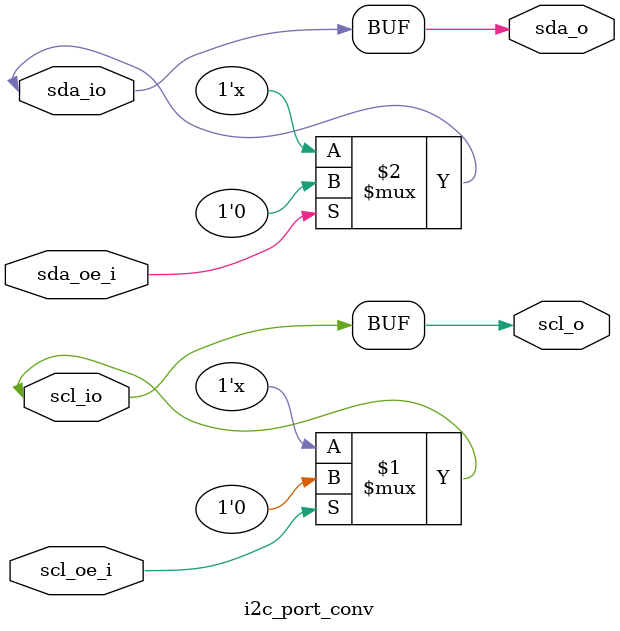
<source format=sv>
module i2c_port_conv (
  input scl_oe_i,
  input sda_oe_i,
  output logic scl_o,
  output logic sda_o,
  inout wire scl_io,
  inout wire sda_io
);

  assign scl_o = scl_io;
  assign sda_o = sda_io;
  assign scl_io = scl_oe_i ? 1'b0 : 1'bz;
  assign sda_io = sda_oe_i ? 1'b0 : 1'bz;

endmodule // i2c_port_conv

</source>
